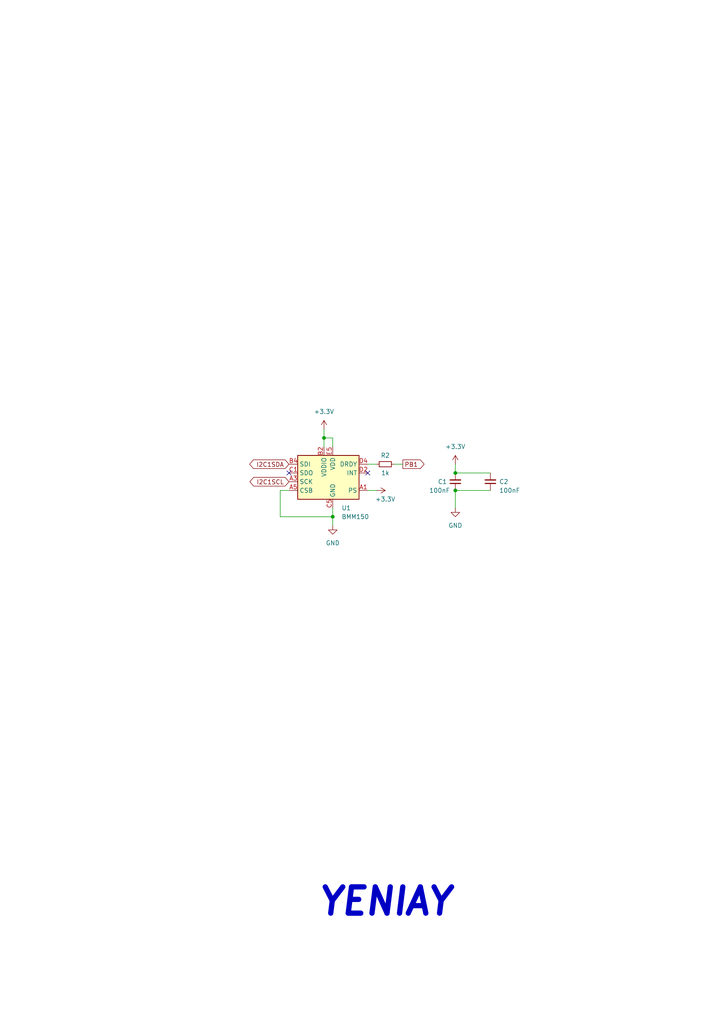
<source format=kicad_sch>
(kicad_sch (version 20231120) (generator "eeschema") (generator_version "8.0")
  (paper "A4" portrait)
  (title_block (title "BMM150 Schematic") (date "2024-09-27") (rev "0.1"))
  (lib_symbols
    (symbol "Device:C_Small" (pin_numbers hide) (pin_names (offset 0.254) hide)
      (property "Reference" "C" (at 0.254 1.778 0))
      (property "Value" "C_Small" (at 0.254 -2.032 0))
      (symbol "C_Small_0_1"
        (polyline (pts (xy -1.524 -0.508) (xy 1.524 -0.508)) (stroke (width 0.3302)))
        (polyline (pts (xy -1.524 0.508) (xy 1.524 0.508)) (stroke (width 0.3048)))
      )
      (symbol "C_Small_1_1"
        (pin passive line (at 0 2.54 270) (length 2.032) (name "~") (number "1"))
        (pin passive line (at 0 -2.54 90) (length 2.032) (name "~") (number "2"))
      )
    )
    (symbol "Device:R_Small" (pin_numbers hide) (pin_names (offset 0.254) hide)
      (property "Reference" "R" (at 0.762 0.508 0))
      (property "Value" "R_Small" (at 0.762 -1.016 0))
      (symbol "R_Small_0_1"
        (rectangle (start -0.762 1.778) (end 0.762 -1.778) (stroke (width 0.2032)))
      )
      (symbol "R_Small_1_1"
        (pin passive line (at 0 2.54 270) (length 0.762) (name "~") (number "1"))
        (pin passive line (at 0 -2.54 90) (length 0.762) (name "~") (number "2"))
      )
    )
    (symbol "Sensor_Magnetic:BMM150"
      (property "Reference" "U" (at -10.16 6.35 0))
      (property "Value" "BMM150" (at 7.62 6.35 0))
      (symbol "BMM150_0_1"
        (rectangle (start -10.16 5.08) (end 7.62 -7.62) (stroke (width 0.254)) (fill (type background)))
      )
      (symbol "BMM150_1_1"
        (pin input line (at 10.16 -5.08 180) (length 2.54) (name "PS") (number "A1"))
        (pin bidirectional line (at -12.7 -2.54 0) (length 2.54) (name "SCK") (number "A3"))
        (pin input line (at -12.7 -5.08 0) (length 2.54) (name "CSB") (number "A5"))
        (pin power_in line (at -2.54 7.62 270) (length 2.54) (name "VDDIO") (number "B2"))
        (pin bidirectional line (at -12.7 2.54 0) (length 2.54) (name "SDI") (number "B4"))
        (pin bidirectional line (at -12.7 0 0) (length 2.54) (name "SDO") (number "C1"))
        (pin power_in line (at 0 -10.16 90) (length 2.54) (name "GND") (number "C5"))
        (pin output line (at 10.16 0 180) (length 2.54) (name "INT") (number "D2"))
        (pin output line (at 10.16 2.54 180) (length 2.54) (name "DRDY") (number "D4"))
        (pin passive line (at 0 -10.16 90) (length 2.54) hide (name "GND") (number "E1"))
        (pin passive line (at 0 -10.16 90) (length 2.54) hide (name "GND") (number "E3"))
        (pin power_in line (at 0 7.62 270) (length 2.54) (name "VDD") (number "E5"))
      )
    )
    (symbol "power:+3.3V" (power) (pin_numbers hide) (pin_names (offset 0) hide)
      (property "Value" "+3.3V" (at 0 3.556 0))
      (symbol "+3.3V_0_1"
        (polyline (pts (xy -0.762 1.27) (xy 0 2.54)))
        (polyline (pts (xy 0 0) (xy 0 2.54)))
        (polyline (pts (xy 0 2.54) (xy 0.762 1.27)))
      )
      (symbol "+3.3V_1_1"
        (pin power_in line (at 0 0 90) (length 0) (name "~") (number "1"))
      )
    )
    (symbol "power:GND" (power) (pin_numbers hide) (pin_names (offset 0) hide)
      (property "Value" "GND" (at 0 -3.81 0))
      (symbol "GND_0_1"
        (polyline (pts (xy 0 0) (xy 0 -1.27) (xy 1.27 -1.27) (xy 0 -2.54) (xy -1.27 -1.27) (xy 0 -1.27)))
      )
      (symbol "GND_1_1"
        (pin power_in line (at 0 0 270) (length 0) (name "~") (number "1"))
      )
    )
  )
  (junction (at 96.52 149.86))
  (junction (at 93.98 127))
  (junction (at 132.08 137.16))
  (junction (at 132.08 142.24))
  (no_connect (at 83.82 137.16))
  (no_connect (at 106.68 137.16))
  (wire (pts (xy 81.28 142.24) (xy 83.82 142.24)))
  (wire (pts (xy 106.68 142.24) (xy 109.22 142.24)))
  (wire (pts (xy 81.28 142.24) (xy 81.28 149.86)))
  (wire (pts (xy 93.98 124.46) (xy 93.98 127)))
  (wire (pts (xy 96.52 147.32) (xy 96.52 149.86)))
  (wire (pts (xy 93.98 127) (xy 96.52 127)))
  (wire (pts (xy 109.22 134.62) (xy 106.68 134.62)))
  (wire (pts (xy 96.52 127) (xy 96.52 129.54)))
  (wire (pts (xy 132.08 142.24) (xy 142.24 142.24)))
  (wire (pts (xy 96.52 149.86) (xy 96.52 152.4)))
  (wire (pts (xy 81.28 149.86) (xy 96.52 149.86)))
  (wire (pts (xy 132.08 142.24) (xy 132.08 147.32)))
  (wire (pts (xy 93.98 127) (xy 93.98 129.54)))
  (wire (pts (xy 114.3 134.62) (xy 116.84 134.62)))
  (wire (pts (xy 132.08 134.62) (xy 132.08 137.16)))
  (wire (pts (xy 132.08 137.16) (xy 142.24 137.16)))
  (text "YENIAY" (at 111.76 261.62 0) (effects (font (size 7.62 7.62) (thickness 1.524) (bold yes) (italic yes))))
  (global_label "PB1" (shape output) (at 116.84 134.62 0) (property "Intersheetrefs" "${INTERSHEET_REFS}" (effects (hide yes))))
  (global_label "I2C1SCL" (shape bidirectional) (at 83.82 139.7 180) (property "Intersheetrefs" "${INTERSHEET_REFS}" (effects (hide yes))))
  (global_label "I2C1SDA" (shape bidirectional) (at 83.82 134.62 180) (property "Intersheetrefs" "${INTERSHEET_REFS}" (effects (hide yes))))
  (symbol (lib_id "power:+3.3V") (at 132.08 134.62 0) (unit 1)
    (property "Reference" "#PWR04" (effects (hide yes)))
    (property "Value" "+3.3V" (at 132.08 129.54 0))
    (property "Description" "Power symbol creates a global label with name \"+3.3V\"" (effects (hide yes)))
  )
  (symbol (lib_id "power:GND") (at 96.52 152.4 0) (unit 1)
    (property "Reference" "#PWR01" (effects (hide yes)))
    (property "Value" "GND" (at 96.52 157.48 0))
    (property "Description" "Power symbol creates a global label with name \"GND\" , ground" (effects (hide yes)))
  )
  (symbol (lib_id "power:+3.3V") (at 93.98 124.46 0) (unit 1)
    (property "Reference" "#PWR02" (effects (hide yes)))
    (property "Value" "+3.3V" (at 93.98 119.38 0))
    (property "Description" "Power symbol creates a global label with name \"+3.3V\"" (effects (hide yes)))
  )
  (symbol (lib_id "Device:C_Small") (at 132.08 139.7 180) (unit 1)
    (property "Reference" "C1" (at 127 139.7 0) (effects (justify right)))
    (property "Value" "100nF" (at 124.46 142.24 0) (effects (justify right)))
    (property "Description" "Unpolarized capacitor, small symbol" (effects (hide yes)))
  )
  (symbol (lib_id "power:GND") (at 132.08 147.32 0) (unit 1)
    (property "Reference" "#PWR03" (effects (hide yes)))
    (property "Value" "GND" (at 132.08 152.4 0))
    (property "Description" "Power symbol creates a global label with name \"GND\" , ground" (effects (hide yes)))
  )
  (symbol (lib_id "Device:R_Small") (at 111.76 134.62 90) (unit 1)
    (property "Reference" "R2" (at 111.76 132.08 90))
    (property "Value" "1k" (at 111.76 137.16 90))
    (property "Description" "Resistor, small symbol" (effects (hide yes)))
  )
  (symbol (lib_id "Sensor_Magnetic:BMM150") (at 96.52 137.16 0) (unit 1)
    (property "Reference" "U1" (at 99.06 147.32 0) (effects (justify left)))
    (property "Value" "BMM150" (at 99.06 149.86 0) (effects (justify left)))
    (property "Footprint" "Package_CSP:WLCSP-12_1.56x1.56mm_P0.4mm" (effects (hide yes)))
    (property "Datasheet" "https://www.mouser.com/datasheet/2/783/BST-BMM150-DS001-01-786480.pdf" (effects (hide yes)))
    (property "Description" "Geomagnetic Sensor, WLCSP-12" (effects (hide yes)))
  )
  (symbol (lib_id "Device:C_Small") (at 142.24 139.7 180) (unit 1)
    (property "Reference" "C2" (at 144.78 139.7 0) (effects (justify right)))
    (property "Value" "100nF" (at 144.78 142.24 0) (effects (justify right)))
    (property "Description" "Unpolarized capacitor, small symbol" (effects (hide yes)))
  )
  (symbol (lib_id "power:+3.3V") (at 109.22 142.24 270) (unit 1)
    (property "Reference" "#PWR05" (effects (hide yes)))
    (property "Value" "+3.3V" (at 111.76 144.78 90))
    (property "Description" "Power symbol creates a global label with name \"+3.3V\"" (effects (hide yes)))
  )
)
</source>
